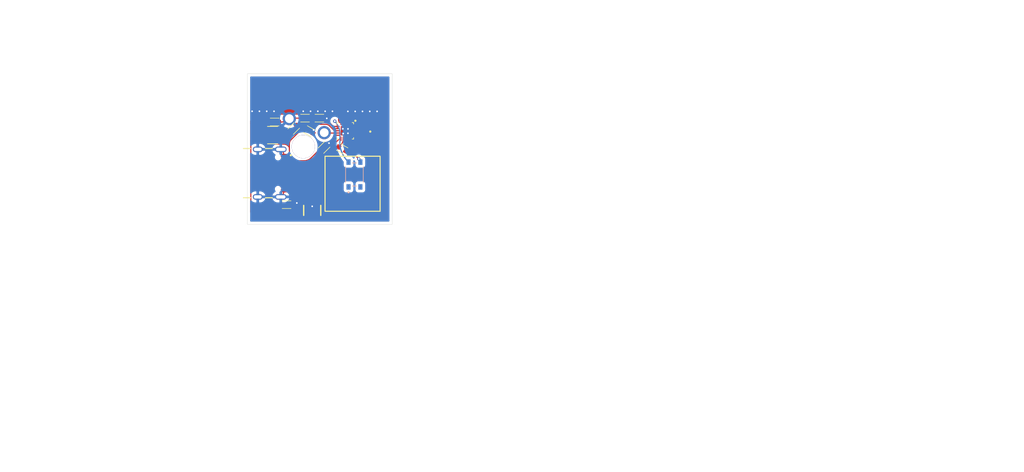
<source format=kicad_pcb>
(kicad_pcb (version 20241229) (generator "pcbnew") (generator_version "9.0")
  (layers (0 "F.Cu" signal) (2 "B.Cu" signal) (13 "F.Paste" user) (15 "B.Paste" user) (5 "F.SilkS" user "F.Silkscreen") (7 "B.SilkS" user "B.Silkscreen") (1 "F.Mask" user) (3 "B.Mask" user) (25 "Edge.Cuts" user))
  (net 0 "")
  (net 1 "PWR_5V")
  (net 2 "PWR_GND")
  (net 3 "PWR_3V3")
  (net 4 "Net-(U2-ANT)")
  (net 5 "D+")
  (net 6 "Net-(J1-CC1)")
  (net 7 "D-")
  (net 10 "Net-(J1-CC2)")
  (net 11 "Net-(R3-Pad1)")
  (net 19 "Net-(U2-XO)")
  (net 23 "Net-(U2-XI)")
  (net 25 "Button")
  (net 26 "Net-(U4-BAT)")
  (net 27 "Net-(U4-PROG)")
  (footprint "Footprint:C_0603" (layer "F.Cu") (at 34.9 73.74 180)
    (property "Reference" "C1" (hide yes))
    (property "Value" "0.1uF")
    (fp_line (start 0.8 0.7) (end -0.8 0.7) (stroke (width 0.12)) (layer "F.SilkS"))
    (fp_line (start -0.8 -0.7) (end 0.8 -0.7) (stroke (width 0.12)) (layer "F.SilkS"))
    (pad "1" smd rect (at -0.75 0 180) (size 0.8 0.8) (layers "F.Cu" "F.Mask" "F.Paste") (net 2 "PWR_GND"))
    (pad "2" smd rect (at 0.75 0 180) (size 0.8 0.8) (layers "F.Cu" "F.Mask" "F.Paste") (net 1 "PWR_5V"))
  )
  (footprint "EasyEDA:SOT-23-6_L2.9-W1.6-P0.95-LS2.8-BR" (layer "F.Cu") (at 41.725 89.8 90)
    (property "Reference" "U4" (hide yes))
    (property "Value" "TP4057_C725791")
    (fp_line (start -0.9 -1.55) (end 0.9 -1.55) (stroke (width 0.25)) (layer "F.SilkS"))
    (fp_line (start -0.9 1.55) (end 0.9 1.55) (stroke (width 0.25)) (layer "F.SilkS"))
    (pad "1" smd rect (at 1.35 0.95 90) (size 1.1 0.6) (layers "F.Cu" "F.Mask" "F.Paste"))
    (pad "2" smd rect (at 1.35 0 90) (size 1.1 0.6) (layers "F.Cu" "F.Mask" "F.Paste") (net 2 "PWR_GND"))
    (pad "3" smd rect (at 1.35 -0.95 90) (size 1.1 0.6) (layers "F.Cu" "F.Mask" "F.Paste") (net 26 "Net-(U4-BAT)"))
    (pad "4" smd rect (at -1.35 -0.95 90) (size 1.1 0.6) (layers "F.Cu" "F.Mask" "F.Paste") (net 3 "PWR_3V3"))
    (pad "5" smd rect (at -1.35 0 90) (size 1.1 0.6) (layers "F.Cu" "F.Mask" "F.Paste"))
    (pad "6" smd rect (at -1.35 0.95 90) (size 1.1 0.6) (layers "F.Cu" "F.Mask" "F.Paste") (net 27 "Net-(U4-PROG)"))
  )
  (footprint "Footprint:usbc" (layer "F.Cu") (at 31.84 83.03 -90)
    (property "Reference" "J1" (hide yes))
    (property "Value" "USB4105-GF-A")
    (fp_line (start 4.47 2.6) (end 4.47 1.320001) (stroke (width 0.2)) (layer "F.SilkS"))
    (fp_line (start -4.470001 1.32) (end -4.47 2.6) (stroke (width 0.2)) (layer "F.SilkS"))
    (fp_line (start -4.470001 -2.65) (end -4.47 -1.400001) (stroke (width 0.2)) (layer "F.SilkS"))
    (fp_line (start 4.470001 -2.65) (end 4.470001 -1.4) (stroke (width 0.2)) (layer "F.SilkS"))
    (fp_circle (center -3.250001 -6) (end -3.15 -6) (stroke (width 0.2)) (fill no) (layer "F.SilkS"))
    (pad "" np_thru_hole circle (at -2.89 -3.679999 270) (size 0.65 0.65) (drill 0.65) (layers "*.Cu" "*.Mask"))
    (pad "" np_thru_hole circle (at 2.889999 -3.68 270) (size 0.65 0.65) (drill 0.65) (layers "*.Cu" "*.Mask"))
    (pad "A1_B12" smd rect (at -3.2 -4.755 270) (size 0.6 1.15) (layers "F.Cu" "F.Paste") (net 2 "PWR_GND"))
    (pad "A4_B9" smd rect (at -2.4 -4.755 270) (size 0.6 1.15) (layers "F.Cu" "F.Paste") (net 1 "PWR_5V"))
    (pad "A5" smd rect (at -1.25 -4.755 270) (size 0.3 1.15) (layers "F.Cu" "F.Paste") (net 6 "Net-(J1-CC1)"))
    (pad "A6" smd rect (at -0.25 -4.755 270) (size 0.3 1.15) (layers "F.Cu" "F.Paste") (net 5 "D+"))
    (pad "A7" smd rect (at 0.25 -4.755 270) (size 0.3 1.15) (layers "F.Cu" "F.Paste") (net 7 "D-"))
    (pad "A8" smd rect (at 1.25 -4.755 270) (size 0.3 1.15) (layers "F.Cu" "F.Paste"))
    (pad "B1_A12" smd rect (at 3.2 -4.755 270) (size 0.6 1.15) (layers "F.Cu" "F.Paste") (net 2 "PWR_GND"))
    (pad "B4_A9" smd rect (at 2.4 -4.755 270) (size 0.6 1.15) (layers "F.Cu" "F.Paste") (net 1 "PWR_5V"))
    (pad "B5" smd rect (at 1.75 -4.755 270) (size 0.3 1.15) (layers "F.Cu" "F.Paste") (net 10 "Net-(J1-CC2)"))
    (pad "B6" smd rect (at 0.75 -4.755 270) (size 0.3 1.15) (layers "F.Cu" "F.Paste") (net 5 "D+"))
    (pad "B7" smd rect (at -0.75 -4.755 270) (size 0.3 1.15) (layers "F.Cu" "F.Paste") (net 7 "D-"))
    (pad "B8" smd rect (at -1.75 -4.755 270) (size 0.3 1.15) (layers "F.Cu" "F.Paste"))
    (pad "SH1" thru_hole oval (at -4.32 -4.18 270) (size 1 2.1) (drill oval 0.6 1.7) (layers "*.Cu" "*.Mask") (net 2 "PWR_GND"))
    (pad "SH2" thru_hole oval (at 4.32 -4.18 270) (size 1 2.1) (drill oval 0.6 1.7) (layers "*.Cu" "*.Mask") (net 2 "PWR_GND"))
    (pad "SH3" thru_hole oval (at -4.32 0 270) (size 1 1.8) (drill oval 0.6 1.4) (layers "*.Cu" "*.Mask") (net 2 "PWR_GND"))
    (pad "SH4" thru_hole oval (at 4.32 0 270) (size 1 1.8) (drill oval 0.6 1.4) (layers "*.Cu" "*.Mask") (net 2 "PWR_GND"))
  )
  (footprint "CHXXX:ANT-F-1-2.4G-1.6mmFR4-WCH" (layer "F.Cu") (at 46.6672 71.07)
    (property "Reference" "E1" (hide yes))
    (property "Value" "AMCA31-2R450G-S1F-T3")
    (pad "" smd rect (at -7.23588 0.717715) (size 12.344 1.23543) (layers "F.Cu") (net 2 "PWR_GND"))
    (pad "0" smd rect (at 1.4828 0 90) (size 0.2 0.2) (layers "F.Cu" "F.Paste"))
    (pad "0" smd rect (at 1.489685 -2.552995) (size 0.89999 5.30599) (layers "F.Cu"))
    (pad "0" smd rect (at 2.594235 0.717715) (size 3.10909 1.23543) (layers "F.Cu") (net 2 "PWR_GND"))
    (pad "1" smd rect (at -10.11001 -3.12021) (size 0.5 4.12) (layers "F.Cu") (net 4 "Net-(U2-ANT)"))
    (pad "1" smd rect (at -9.21 -5.25021) (size 2.3 0.5) (layers "F.Cu") (net 4 "Net-(U2-ANT)"))
    (pad "1" smd rect (at -8.31032 -3.770595) (size 0.5 2.81999) (layers "F.Cu") (net 4 "Net-(U2-ANT)"))
    (pad "1" smd rect (at -7.11921 -2.61052) (size 2.4892 0.5) (layers "F.Cu") (net 4 "Net-(U2-ANT)"))
    (pad "1" smd rect (at -6.11032 -3.770595) (size 0.5 2.81999) (layers "F.Cu") (net 4 "Net-(U2-ANT)"))
    (pad "1" smd rect (at -5.16 -5.2502) (size 2.4 0.5) (layers "F.Cu") (net 4 "Net-(U2-ANT)"))
    (pad "1" smd rect (at -4.21 -3.7702) (size 0.5 2.82) (layers "F.Cu") (net 4 "Net-(U2-ANT)"))
    (pad "1" smd rect (at -3.12 -2.60761) (size 2.54 0.4948) (layers "F.Cu") (net 4 "Net-(U2-ANT)"))
    (pad "1" smd rect (at -2.00961 -3.77052) (size 0.5 2.82) (layers "F.Cu") (net 4 "Net-(U2-ANT)"))
    (pad "1" smd rect (at -0.16 -5.25021) (size 4.2 0.5) (layers "F.Cu") (net 4 "Net-(U2-ANT)"))
    (pad "1" smd rect (at -0.00961 -2.56566) (size 0.5 5.33132) (layers "F.Cu") (net 4 "Net-(U2-ANT)"))
    (pad "1" smd rect (at 0 0 90) (size 0.2 0.2) (layers "F.Cu" "F.Paste") (net 4 "Net-(U2-ANT)"))
  )
  (footprint "Footprint:C_0603" (layer "F.Cu") (at 40.42 73.04 180)
    (property "Reference" "C6" (hide yes))
    (property "Value" "2.2uF")
    (fp_line (start 0.8 0.7) (end -0.8 0.7) (stroke (width 0.12)) (layer "F.SilkS"))
    (fp_line (start -0.8 -0.7) (end 0.8 -0.7) (stroke (width 0.12)) (layer "F.SilkS"))
    (pad "1" smd rect (at -0.75 0 180) (size 0.8 0.8) (layers "F.Cu" "F.Mask" "F.Paste") (net 3 "PWR_3V3"))
    (pad "2" smd rect (at 0.75 0 180) (size 0.8 0.8) (layers "F.Cu" "F.Mask" "F.Paste") (net 2 "PWR_GND"))
  )
  (footprint "Footprint:R_0603" (layer "F.Cu") (at 37.07 88.76 180)
    (property "Reference" "R1" (hide yes))
    (property "Value" "5.1k")
    (fp_line (start 0.8 0.7) (end -0.8 0.7) (stroke (width 0.12)) (layer "F.SilkS"))
    (fp_line (start -0.8 -0.7) (end 0.8 -0.7) (stroke (width 0.12)) (layer "F.SilkS"))
    (pad "1" smd rect (at -0.75 0 180) (size 0.8 0.8) (layers "F.Cu" "F.Mask" "F.Paste") (net 10 "Net-(J1-CC2)"))
    (pad "2" smd rect (at 0.75 0 180) (size 0.8 0.8) (layers "F.Cu" "F.Mask" "F.Paste") (net 2 "PWR_GND"))
  )
  (footprint "Footprint:R_0603" (layer "F.Cu") (at 47.16 78.65 150)
    (property "Reference" "R3" (hide yes))
    (property "Value" "1.5k")
    (fp_line (start 0.8 0.7) (end -0.8 0.7) (stroke (width 0.12)) (layer "F.SilkS"))
    (fp_line (start -0.8 -0.7) (end 0.8 -0.7) (stroke (width 0.12)) (layer "F.SilkS"))
    (pad "1" smd rect (at -0.75 0 150) (size 0.8 0.8) (layers "F.Cu" "F.Mask" "F.Paste") (net 11 "Net-(R3-Pad1)"))
    (pad "2" smd rect (at 0.75 0 150) (size 0.8 0.8) (layers "F.Cu" "F.Mask" "F.Paste") (net 5 "D+"))
  )
  (footprint "Footprint:supersmallbattery" (layer "F.Cu") (at 41.55 84.96 90)
    (property "Reference" "B1" (hide yes))
    (property "Value" "~" (hide yes))
    (fp_poly (pts (xy -5 2.5) (xy 5 2.5) (xy 5 12.5) (xy -5 12.5)) (stroke (width 0.2)) (fill no) (layer "F.SilkS"))
    (pad "+" smd rect (at 1.7 0 90) (size 2 4) (layers "F.Cu" "F.Mask" "F.Paste") (net 26 "Net-(U4-BAT)"))
    (pad "-" smd rect (at -1.7 0 90) (size 2 4) (layers "F.Cu" "F.Mask" "F.Paste") (net 2 "PWR_GND"))
  )
  (footprint "Footprint:C_0603" (layer "F.Cu") (at 38.37 74.92 45)
    (property "Reference" "C2" (hide yes))
    (property "Value" "1uF")
    (fp_line (start -0.8 -0.7) (end 0.8 -0.700001) (stroke (width 0.12)) (layer "F.SilkS"))
    (fp_line (start 0.8 0.7) (end -0.8 0.700001) (stroke (width 0.12)) (layer "F.SilkS"))
    (pad "1" smd rect (at -0.75 0 45) (size 0.8 0.8) (layers "F.Cu" "F.Mask" "F.Paste") (net 3 "PWR_3V3"))
    (pad "2" smd rect (at 0.75 0 45) (size 0.8 0.8) (layers "F.Cu" "F.Mask" "F.Paste") (net 2 "PWR_GND"))
  )
  (footprint "Footprint:C_0603" (layer "F.Cu") (at 43.03 73.04)
    (property "Reference" "C7" (hide yes))
    (property "Value" "0.1uF")
    (fp_line (start -0.8 -0.7) (end 0.8 -0.7) (stroke (width 0.12)) (layer "F.SilkS"))
    (fp_line (start 0.8 0.7) (end -0.8 0.7) (stroke (width 0.12)) (layer "F.SilkS"))
    (pad "1" smd rect (at -0.75 0) (size 0.8 0.8) (layers "F.Cu" "F.Mask" "F.Paste") (net 3 "PWR_3V3"))
    (pad "2" smd rect (at 0.75 0) (size 0.8 0.8) (layers "F.Cu" "F.Mask" "F.Paste") (net 2 "PWR_GND"))
  )
  (footprint "Footprint:R_0603" (layer "F.Cu") (at 43.88 78.37 45)
    (property "Reference" "R2" (hide yes))
    (property "Value" "5.1k")
    (fp_line (start -0.799999 -0.7) (end 0.799999 -0.7) (stroke (width 0.12)) (layer "F.SilkS"))
    (fp_line (start 0.799999 0.7) (end -0.799999 0.7) (stroke (width 0.12)) (layer "F.SilkS"))
    (pad "1" smd rect (at -0.75 0 45) (size 0.8 0.8) (layers "F.Cu" "F.Mask" "F.Paste") (net 6 "Net-(J1-CC1)"))
    (pad "2" smd rect (at 0.75 0 45) (size 0.8 0.8) (layers "F.Cu" "F.Mask" "F.Paste") (net 2 "PWR_GND"))
  )
  (footprint "Footprint:voltage regulator" (layer "F.Cu") (at 34.53 76.12)
    (property "Reference" "U1" (hide yes))
    (property "Value" "TCR2EF33_LMCT")
    (fp_line (start -0.9271 1.5748) (end 0.9271 1.5748) (stroke (width 0.1524)) (layer "F.SilkS"))
    (fp_line (start 0.9271 -1.5748) (end -0.9271 -1.5748) (stroke (width 0.1524)) (layer "F.SilkS"))
    (pad "1" smd rect (at -1.1444 -0.950001) (size 1.4224 0.5588) (layers "F.Cu" "F.Mask" "F.Paste") (net 1 "PWR_5V"))
    (pad "2" smd rect (at -1.1444 0) (size 1.4224 0.5588) (layers "F.Cu" "F.Mask" "F.Paste") (net 2 "PWR_GND"))
    (pad "3" smd rect (at -1.1444 0.950001) (size 1.4224 0.5588) (layers "F.Cu" "F.Mask" "F.Paste") (net 1 "PWR_5V"))
    (pad "4" smd rect (at 1.1444 0.950001) (size 1.4224 0.5588) (layers "F.Cu" "F.Mask" "F.Paste"))
    (pad "5" smd rect (at 1.1444 -0.950001) (size 1.4224 0.5588) (layers "F.Cu" "F.Mask" "F.Paste") (net 3 "PWR_3V3"))
  )
  (footprint "Footprint:CH572D" (layer "F.Cu") (at 45.68 76.11 -90)
    (property "Reference" "U2" (hide yes))
    (property "Value" "~")
    (fp_line (start -2.27 -0.56) (end -2 -0.56) (stroke (width 0.127)) (layer "F.SilkS"))
    (fp_line (start -2.27 -0.56) (end -2.27 -0.83) (stroke (width 0.127)) (layer "F.SilkS"))
    (fp_line (start 0.73 -0.56) (end 0.46 -0.56) (stroke (width 0.127)) (layer "F.SilkS"))
    (fp_line (start 0.73 -0.56) (end 0.73 -0.83) (stroke (width 0.127)) (layer "F.SilkS"))
    (fp_line (start -2.27 -3.56) (end -2.27 -3.29) (stroke (width 0.127)) (layer "F.SilkS"))
    (fp_line (start -2.27 -3.56) (end -2 -3.56) (stroke (width 0.127)) (layer "F.SilkS"))
    (fp_line (start 0.73 -3.56) (end 0.73 -3.29) (stroke (width 0.127)) (layer "F.SilkS"))
    (fp_line (start 0.73 -3.56) (end 0.46 -3.56) (stroke (width 0.127)) (layer "F.SilkS"))
    (fp_circle (center -2.6 -3.88) (end -2.5 -3.88) (stroke (width 0.2)) (fill no) (layer "F.SilkS"))
    (pad "1" smd rect (at -2.22 -2.86 270) (size 0.81 0.22) (layers "F.Cu" "F.Paste"))
    (pad "2" smd rect (at -2.22 -2.46 270) (size 0.81 0.22) (layers "F.Cu" "F.Paste") (net 19 "Net-(U2-XO)"))
    (pad "3" smd rect (at -2.22 -2.06 270) (size 0.81 0.22) (layers "F.Cu" "F.Paste") (net 23 "Net-(U2-XI)"))
    (pad "4" smd rect (at -2.22 -1.66 270) (size 0.81 0.22) (layers "F.Cu" "F.Paste"))
    (pad "5" smd rect (at -2.22 -1.26 270) (size 0.81 0.22) (layers "F.Cu" "F.Paste") (net 4 "Net-(U2-ANT)"))
    (pad "6" smd rect (at -1.57 -0.61 270) (size 0.22 0.81) (layers "F.Cu" "F.Paste") (net 3 "PWR_3V3"))
    (pad "7" smd rect (at -1.17 -0.61 270) (size 0.22 0.81) (layers "F.Cu" "F.Paste") (net 3 "PWR_3V3"))
    (pad "8" smd rect (at -0.77 -0.61 270) (size 0.22 0.81) (layers "F.Cu" "F.Paste") (net 1 "PWR_5V"))
    (pad "9" smd rect (at -0.37 -0.61 270) (size 0.22 0.81) (layers "F.Cu" "F.Paste") (net 25 "Button"))
    (pad "10" smd rect (at 0.03 -0.61 270) (size 0.22 0.81) (layers "F.Cu" "F.Paste"))
    (pad "11" smd rect (at 0.68 -1.26 270) (size 0.81 0.22) (layers "F.Cu" "F.Paste") (net 7 "D-"))
    (pad "12" smd rect (at 0.68 -1.66 270) (size 0.81 0.22) (layers "F.Cu" "F.Paste") (net 5 "D+"))
    (pad "13" smd rect (at 0.68 -2.06 270) (size 0.81 0.22) (layers "F.Cu" "F.Paste"))
    (pad "14" smd rect (at 0.68 -2.46 270) (size 0.81 0.22) (layers "F.Cu" "F.Paste"))
    (pad "15" smd rect (at 0.68 -2.86 270) (size 0.81 0.22) (layers "F.Cu" "F.Paste"))
    (pad "16" smd rect (at 0.03 -3.51 270) (size 0.22 0.81) (layers "F.Cu" "F.Paste"))
    (pad "17" smd rect (at -0.37 -3.51 270) (size 0.22 0.81) (layers "F.Cu" "F.Paste"))
    (pad "18" smd rect (at -0.77 -3.51 270) (size 0.22 0.81) (layers "F.Cu" "F.Paste"))
    (pad "19" smd rect (at -1.17 -3.51 270) (size 0.22 0.81) (layers "F.Cu" "F.Paste"))
    (pad "20" smd rect (at -1.57 -3.51 270) (size 0.22 0.81) (layers "F.Cu" "F.Paste"))
    (pad "21" smd rect (at -0.77 -2.06 270) (size 1.7 1.7) (layers "F.Cu") (net 2 "PWR_GND"))
  )
  (footprint "Footprint:0603" (layer "F.Cu") (at 39.38 89.81 -90)
    (property "Reference" "R4" (hide yes))
    (property "Value" "33k" (hide yes))
    (pad "1" smd rect (at -0.85 0 270) (size 1.1 1) (layers "F.Cu" "F.Mask" "F.Paste") (net 2 "PWR_GND"))
    (pad "2" smd rect (at 0.85 0 270) (size 1.1 1) (layers "F.Cu" "F.Mask" "F.Paste") (net 27 "Net-(U4-PROG)"))
  )
  (footprint "Footprint:C_0603" (layer "F.Cu") (at 41.19 75.43 -30)
    (property "Reference" "C5" (hide yes))
    (property "Value" "2.2uF")
    (fp_line (start -0.8 -0.7) (end 0.8 -0.7) (stroke (width 0.12)) (layer "F.SilkS"))
    (fp_line (start 0.8 0.7) (end -0.8 0.7) (stroke (width 0.12)) (layer "F.SilkS"))
    (pad "1" smd rect (at -0.75 0 330) (size 0.8 0.8) (layers "F.Cu" "F.Mask" "F.Paste") (net 1 "PWR_5V"))
    (pad "2" smd rect (at 0.75 0 330) (size 0.8 0.8) (layers "F.Cu" "F.Mask" "F.Paste") (net 2 "PWR_GND"))
  )
  (footprint "Footprint:32mhz crystal" (layer "F.Cu") (at 50.9125 74.48 180)
    (property "Reference" "Y1" (hide yes))
    (property "Value" "32mhz" (hide yes))
    (fp_circle (center -1.35 -1) (end -1.25 -1) (stroke (width 0.2)) (fill no) (layer "F.SilkS"))
    (pad "1" smd rect (at -0.5 -0.675 180) (size 0.7 0.75) (layers "F.Cu" "F.Mask" "F.Paste") (net 23 "Net-(U2-XI)"))
    (pad "2" smd rect (at -0.5 0.675 180) (size 0.7 0.75) (layers "F.Cu" "F.Mask" "F.Paste"))
    (pad "3" smd rect (at 0.5 0.675 180) (size 0.7 0.75) (layers "F.Cu" "F.Mask" "F.Paste") (net 19 "Net-(U2-XO)"))
    (pad "4" smd rect (at 0.5 -0.675 180) (size 0.7 0.75) (layers "F.Cu" "F.Mask" "F.Paste"))
  )
  (footprint "EasyEDA:SW-TH_CPG151101D9X" (layer "B.Cu") (at 40.735 74.405 180)
    (property "Reference" "U3" (hide yes))
    (property "Value" "CPG151101D01" (hide yes))
    (pad "" thru_hole circle (at 0.63 -3.81 180) (size 4.2 4.2) (drill 4.2) (layers "*.Cu" "*.Mask"))
    (pad "1" thru_hole circle (at -3.17 -1.27 180) (size 2.4 2.4) (drill 1.599997) (layers "*.Cu" "*.Mask") (net 25 "Button"))
    (pad "2" thru_hole circle (at 3.17 1.27 180) (size 2.4 2.4) (drill 1.599997) (layers "*.Cu" "*.Mask") (net 2 "PWR_GND"))
  )
  (footprint "Footprint:button" (layer "B.Cu") (at 49.39 83.28 90)
    (property "Reference" "S1" (hide yes))
    (property "Value" "TL3365AF180QG" (hide yes))
    (fp_line (start -1.4365 -1.600001) (end 1.436499 -1.6) (stroke (width 0.127)) (layer "B.SilkS"))
    (fp_line (start 2.1 -0.3865) (end 2.1 0.3865) (stroke (width 0.127)) (layer "B.SilkS"))
    (fp_line (start -2.1 0.3865) (end -2.1 -0.3865) (stroke (width 0.127)) (layer "B.SilkS"))
    (fp_line (start 1.4365 1.600001) (end -1.436499 1.6) (stroke (width 0.127)) (layer "B.SilkS"))
    (fp_circle (center -3.23 -1.075) (end -3.13 -1.074999) (stroke (width 0.2)) (fill no) (layer "B.SilkS"))
    (pad "1" smd rect (at -2.25 -1.075 90) (size 1 0.75) (layers "B.Cu" "B.Mask" "B.Paste") (net 3 "PWR_3V3"))
    (pad "2" smd rect (at 2.25 -1.075 90) (size 1 0.75) (layers "B.Cu" "B.Mask" "B.Paste") (net 3 "PWR_3V3"))
    (pad "3" smd rect (at -2.25 1.075 90) (size 1 0.75) (layers "B.Cu" "B.Mask" "B.Paste") (net 11 "Net-(R3-Pad1)"))
    (pad "4" smd rect (at 2.25 1.075 90) (size 1 0.75) (layers "B.Cu" "B.Mask" "B.Paste") (net 11 "Net-(R3-Pad1)"))
  )
  (gr_rect (start 29.96 64.97) (end 56.24 92.34) (stroke (width 0.05)) (fill no) (layer "Edge.Cuts"))
  (segment (start 39.78506 75.214292) (end 39.728017 75.241416) (width 0.2) (layer "F.Cu") (net 1))
  (segment (start 34.24 75.27) (end 34.325858 75.355858) (width 0.2) (layer "F.Cu") (net 1))
  (segment (start 42.969389 74.162364) (end 44.16 74.162364) (width 0.2) (layer "F.Cu") (net 1))
  (segment (start 36.595 85.43) (end 36.593892 85.429541) (width 0.2) (layer "F.Cu") (net 1))
  (segment (start 37.135151 80.616719) (end 37.164896 80.61) (width 0.2) (layer "F.Cu") (net 1))
  (segment (start 37.21545 80.594384) (end 37.224463 80.590901) (width 0.2) (layer "F.Cu") (net 1))
  (segment (start 37.38 78.11) (end 37.396925 78.127602) (width 0.2) (layer "F.Cu") (net 1))
  (segment (start 35.06 83.71) (end 35.06 82.21) (width 0.2) (layer "F.Cu") (net 1))
  (segment (start 37.59 78.563939) (end 37.59 78.87) (width 0.2) (layer "F.Cu") (net 1))
  (segment (start 37.062811 80.627124) (end 37.095076 80.623405) (width 0.2) (layer "F.Cu") (net 1))
  (segment (start 39.439247 75.423763) (end 39.395319 75.459743) (width 0.2) (layer "F.Cu") (net 1))
  (segment (start 35.96195 80.790398) (end 36.006239 80.764703) (width 0.2) (layer "F.Cu") (net 1))
  (segment (start 40.182642 75.087733) (end 40.125649 75.099733) (width 0.2) (layer "F.Cu") (net 1))
  (segment (start 40.243369 75.07708) (end 40.182642 75.087733) (width 0.2) (layer "F.Cu") (net 1))
  (segment (start 46.014558 75.34) (end 46.29 75.34) (width 0.2) (layer "F.Cu") (net 1))
  (segment (start 39.950381 75.149062) (end 39.895952 75.168445) (width 0.2) (layer "F.Cu") (net 1))
  (segment (start 36.090529 80.7232) (end 36.131647 80.706122) (width 0.2) (layer "F.Cu") (net 1))
  (segment (start 36.220936 80.675596) (end 36.26824 80.662814) (width 0.2) (layer "F.Cu") (net 1))
  (segment (start 39.395319 75.459743) (end 37.883405 76.971657) (width 0.2) (layer "F.Cu") (net 1))
  (segment (start 37.164896 80.61) (end 37.186955 80.603911) (width 0.2) (layer "F.Cu") (net 1))
  (segment (start 37.224463 80.590901) (end 37.509132 80.306232) (width 0.2) (layer "F.Cu") (net 1))
  (segment (start 36.595 80.63) (end 36.990572 80.63) (width 0.2) (layer "F.Cu") (net 1))
  (segment (start 46.29 75.34) (end 45.993848 75.34) (width 0.2) (layer "F.Cu") (net 1))
  (segment (start 37.59 80.111) (end 37.59 78.87) (width 0.2) (layer "F.Cu") (net 1))
  (segment (start 34.47 75.703848) (end 34.47 76.323726) (width 0.2) (layer "F.Cu") (net 1))
  (segment (start 39.475272 75.396113) (end 39.439247 75.423763) (width 0.2) (layer "F.Cu") (net 1))
  (segment (start 37.59 78.87) (end 37.59 77.68) (width 0.2) (layer "F.Cu") (net 1))
  (segment (start 39.677559 75.267632) (end 39.621819 75.299055) (width 0.2) (layer "F.Cu") (net 1))
  (segment (start 40.362289 75.062318) (end 40.301187 75.068891) (width 0.2) (layer "F.Cu") (net 1))
  (segment (start 36.178106 80.689187) (end 36.220936 80.675596) (width 0.2) (layer "F.Cu") (net 1))
  (segment (start 36.568862 85.404511) (end 36.595 85.43) (width 0.2) (layer "F.Cu") (net 1))
  (segment (start 39.728017 75.241416) (end 39.677559 75.267632) (width 0.2) (layer "F.Cu") (net 1))
  (segment (start 36.547117 80.63047) (end 36.595 80.63) (width 0.2) (layer "F.Cu") (net 1))
  (segment (start 36.045112 80.744377) (end 36.090529 80.7232) (width 0.2) (layer "F.Cu") (net 1))
  (segment (start 36.990572 80.63) (end 37.023935 80.629538) (width 0.2) (layer "F.Cu") (net 1))
  (segment (start 36.131647 80.706122) (end 36.178106 80.689187) (width 0.2) (layer "F.Cu") (net 1))
  (segment (start 37.095076 80.623405) (end 37.135151 80.616719) (width 0.2) (layer "F.Cu") (net 1))
  (segment (start 37.203313 80.598696) (end 37.21545 80.594384) (width 0.2) (layer "F.Cu") (net 1))
  (segment (start 40.301187 75.068891) (end 40.243369 75.07708) (width 0.2) (layer "F.Cu") (net 1))
  (segment (start 37.186955 80.603911) (end 37.203313 80.598696) (width 0.2) (layer "F.Cu") (net 1))
  (segment (start 33.56 74.331299) (end 33.56 74.33) (width 0.2) (layer "F.Cu") (net 1))
  (segment (start 35.85114 80.869347) (end 35.88257 80.844492) (width 0.2) (layer "F.Cu") (net 1))
  (segment (start 36.360237 80.644197) (end 36.405219 80.637984) (width 0.2) (layer "F.Cu") (net 1))
  (segment (start 33.440881 77.070001) (end 33.3856 77.070001) (width 0.2) (layer "F.Cu") (net 1))
  (segment (start 39.574062 75.328309) (end 39.519549 75.364366) (width 0.2) (layer "F.Cu") (net 1))
  (segment (start 44.881021 74.46102) (end 44.96 74.54) (width 0.2) (layer "F.Cu") (net 1))
  (segment (start 35.88257 80.844492) (end 35.926072 80.813533) (width 0.2) (layer "F.Cu") (net 1))
  (segment (start 36.498907 80.630995) (end 36.547117 80.63047) (width 0.2) (layer "F.Cu") (net 1))
  (segment (start 40.481876 75.05548) (end 40.420642 75.057979) (width 0.2) (layer "F.Cu") (net 1))
  (segment (start 36.006239 80.764703) (end 36.045112 80.744377) (width 0.2) (layer "F.Cu") (net 1))
  (segment (start 40.065533 75.114479) (end 40.009662 75.130214) (width 0.2) (layer "F.Cu") (net 1))
  (segment (start 40.420642 75.057979) (end 40.362289 75.062318) (width 0.2) (layer "F.Cu") (net 1))
  (segment (start 36.312343 80.652859) (end 36.360237 80.644197) (width 0.2) (layer "F.Cu") (net 1))
  (segment (start 35.590243 81.130243) (end 35.85114 80.869347) (width 0.2) (layer "F.Cu") (net 1))
  (segment (start 33.3856 75.169999) (end 33.998576 75.169999) (width 0.2) (layer "F.Cu") (net 1))
  (segment (start 34.222929 75.262929) (end 33.75 74.79) (width 0.2) (layer "F.Cu") (net 1))
  (segment (start 44.96 74.54) (end 45.58 75.16) (width 0.2) (layer "F.Cu") (net 1))
  (segment (start 35.640632 85.11177) (end 35.774431 85.245569) (width 0.2) (layer "F.Cu") (net 1))
  (segment (start 35.926072 80.813533) (end 35.96195 80.790398) (width 0.2) (layer "F.Cu") (net 1))
  (segment (start 40.540481 75.055) (end 40.481876 75.05548) (width 0.2) (layer "F.Cu") (net 1))
  (segment (start 36.26824 80.662814) (end 36.312343 80.652859) (width 0.2) (layer "F.Cu") (net 1))
  (segment (start 33.893137 77.75) (end 36.510883 77.75) (width 0.2) (layer "F.Cu") (net 1))
  (segment (start 36.405219 80.637984) (end 36.453419 80.633409) (width 0.2) (layer "F.Cu") (net 1))
  (segment (start 37.023935 80.629538) (end 37.062811 80.627124) (width 0.2) (layer "F.Cu") (net 1))
  (segment (start 39.837704 75.191401) (end 39.78506 75.214292) (width 0.2) (layer "F.Cu") (net 1))
  (segment (start 40.125649 75.099733) (end 40.065533 75.114479) (width 0.2) (layer "F.Cu") (net 1))
  (segment (start 33.779203 73.800797) (end 34.003223 73.800797) (width 0.2) (layer "F.Cu") (net 1))
  (segment (start 40.350962 74.96) (end 41.043726 74.96) (width 0.2) (layer "F.Cu") (net 1))
  (segment (start 36.453419 80.633409) (end 36.498907 80.630995) (width 0.2) (layer "F.Cu") (net 1))
  (segment (start 40.009662 75.130214) (end 39.950381 75.149062) (width 0.2) (layer "F.Cu") (net 1))
  (segment (start 39.519549 75.364366) (end 39.475272 75.396113) (width 0.2) (layer "F.Cu") (net 1))
  (segment (start 33.587549 77.557549) (end 33.7 77.67) (width 0.2) (layer "F.Cu") (net 1))
  (segment (start 39.895952 75.168445) (end 39.837704 75.191401) (width 0.2) (layer "F.Cu") (net 1))
  (segment (start 39.621819 75.299055) (end 39.574062 75.328309) (width 0.2) (layer "F.Cu") (net 1))
  (segment (start 35.448565 81.271921) (end 35.590243 81.130243) (width 0.2) (layer "F.Cu") (net 1))
  (segment (start 36.593892 85.429541) (end 36.218579 85.429541) (width 0.2) (layer "F.Cu") (net 1))
  (arc (start 33.3856 77.070001) (mid 33.438085 77.33386) (end 33.587549 77.557549) (width 0.2) (layer "F.Cu") (net 1))
  (arc (start 35.06 82.21) (mid 35.160985 81.702315) (end 35.448565 81.271921) (width 0.2) (layer "F.Cu") (net 1))
  (arc (start 33.7 77.67) (mid 33.788612 77.729209) (end 33.893137 77.75) (width 0.2) (layer "F.Cu") (net 1))
  (arc (start 34.47 76.323726) (mid 34.428417 76.532776) (end 34.31 76.71) (width 0.2) (layer "F.Cu") (net 1))
  (arc (start 33.998576 75.169999) (mid 34.129234 75.195988) (end 34.24 75.27) (width 0.2) (layer "F.Cu") (net 1))
  (arc (start 33.75 74.79) (mid 33.609379 74.579546) (end 33.56 74.331299) (width 0.2) (layer "F.Cu") (net 1))
  (arc (start 44.16 74.162364) (mid 44.550213 74.239982) (end 44.881021 74.46102) (width 0.2) (layer "F.Cu") (net 1))
  (arc (start 37.883405 76.971657) (mid 37.666254 77.296647) (end 37.59 77.68) (width 0.2) (layer "F.Cu") (net 1))
  (arc (start 41.043726 74.96) (mid 41.252776 74.918417) (end 41.43 74.8) (width 0.2) (layer "F.Cu") (net 1))
  (arc (start 37.396925 78.127602) (mid 37.412087 78.146766) (end 37.425626 78.167105) (width 0.2) (layer "F.Cu") (net 1))
  (arc (start 34.31 76.71) (mid 33.911245 76.97644) (end 33.440881 77.070001) (width 0.2) (layer "F.Cu") (net 1))
  (arc (start 36.510883 77.75) (mid 36.981246 77.843561) (end 37.38 78.11) (width 0.2) (layer "F.Cu") (net 1))
  (arc (start 34.003223 73.800797) (mid 34.082659 73.784996) (end 34.15 73.74) (width 0.2) (layer "F.Cu") (net 1))
  (arc (start 37.509132 80.306232) (mid 37.568983 80.216659) (end 37.59 80.111) (width 0.2) (layer "F.Cu") (net 1))
  (arc (start 37.425626 78.167105) (mid 37.547281 78.349174) (end 37.59 78.563939) (width 0.2) (layer "F.Cu") (net 1))
  (arc (start 34.325858 75.355858) (mid 34.432538 75.515517) (end 34.47 75.703848) (width 0.2) (layer "F.Cu") (net 1))
  (arc (start 35.06 83.71) (mid 35.210901 84.468632) (end 35.640632 85.11177) (width 0.2) (layer "F.Cu") (net 1))
  (arc (start 36.218579 85.429541) (mid 35.978207 85.381729) (end 35.774431 85.245569) (width 0.2) (layer "F.Cu") (net 1))
  (arc (start 41.43 74.8) (mid 42.136277 74.32808) (end 42.969389 74.162364) (width 0.2) (layer "F.Cu") (net 1))
  (arc (start 45.58 75.16) (mid 45.779377 75.29322) (end 46.014558 75.34) (width 0.2) (layer "F.Cu") (net 1))
  (arc (start 34.24 75.27) (mid 34.230761 75.268162) (end 34.222929 75.262929) (width 0.2) (layer "F.Cu") (net 1))
  (arc (start 33.56 74.33) (mid 33.616969 74.043597) (end 33.779203 73.800797) (width 0.2) (layer "F.Cu") (net 1))
  (segment (start 36.209627 87.160373) (end 36.02 87.35) (width 0.2) (layer "F.Cu") (net 2))
  (segment (start 39.67 73.04) (end 37.79435 73.04) (width 0.2) (layer "F.Cu") (net 2))
  (segment (start 41.72 89.06) (end 41.72 87.070416) (width 0.2) (layer "F.Cu") (net 2))
  (segment (start 36.02 78.71) (end 31.84 78.71) (width 0.2) (layer "F.Cu") (net 2))
  (segment (start 31.84 77.777343) (end 31.84 78.71) (width 0.2) (layer "F.Cu") (net 2))
  (segment (start 44.124856 73.08) (end 44.37 73.08) (width 0.2) (layer "F.Cu") (net 2))
  (segment (start 44.11946 73.085396) (end 44.124856 73.08) (width 0.2) (layer "F.Cu") (net 2))
  (segment (start 36.209627 78.899627) (end 36.02 78.71) (width 0.2) (layer "F.Cu") (net 2))
  (segment (start 35.65 73.74) (end 36.104401 73.74) (width 0.2) (layer "F.Cu") (net 2))
  (segment (start 38.762635 74.332635) (end 37.565 73.135) (width 0.2) (layer "F.Cu") (net 2))
  (segment (start 31.84 87.35) (end 36.02 87.35) (width 0.2) (layer "F.Cu") (net 2))
  (segment (start 38.8 74.57) (end 39.102721 74.267279) (width 0.2) (layer "F.Cu") (net 2))
  (segment (start 43.78 73.04) (end 43.854731 73.04) (width 0.2) (layer "F.Cu") (net 2))
  (segment (start 33.3856 76.12) (end 33.265696 76.12) (width 0.2) (layer "F.Cu") (net 2))
  (segment (start 36.02 88.035736) (end 36.02 87.35) (width 0.2) (layer "F.Cu") (net 2))
  (via (at 34.791819 71.79) (size 0.6) (drill 0.3) (layers "F.Cu" "B.Cu") (net 2))
  (via (at 48.22 74.99) (size 0.6) (drill 0.3) (layers "F.Cu" "B.Cu") (net 2))
  (via (at 30.815455 71.79) (size 0.6) (drill 0.3) (layers "F.Cu" "B.Cu") (net 2))
  (via (at 48.21 75.79) (size 0.6) (drill 0.3) (layers "F.Cu" "B.Cu") (net 2))
  (via (at 44.77 77.58) (size 0.6) (drill 0.3) (layers "F.Cu" "B.Cu") (net 2))
  (via (at 41.97 75.2) (size 0.6) (drill 0.3) (layers "F.Cu" "B.Cu") (net 2))
  (via (at 40.093637 71.79) (size 0.6) (drill 0.3) (layers "F.Cu" "B.Cu") (net 2))
  (via (at 38.93 88.46) (size 0.6) (drill 0.3) (layers "F.Cu" "B.Cu") (net 2))
  (via (at 47.35 75.84) (size 0.6) (drill 0.3) (layers "F.Cu" "B.Cu") (net 2))
  (via (at 32.14091 71.79) (size 0.6) (drill 0.3) (layers "F.Cu" "B.Cu") (net 2))
  (via (at 41.419091 71.79) (size 0.6) (drill 0.3) (layers "F.Cu" "B.Cu") (net 2))
  (via (at 53.5 71.81) (size 0.6) (drill 0.3) (layers "F.Cu" "B.Cu") (net 2))
  (via (at 48.198182 71.81) (size 0.6) (drill 0.3) (layers "F.Cu" "B.Cu") (net 2))
  (via (at 52.174545 71.81) (size 0.6) (drill 0.3) (layers "F.Cu" "B.Cu") (net 2))
  (via (at 44.37 73.08) (size 0.6) (drill 0.3) (layers "F.Cu" "B.Cu") (net 2))
  (via (at 42.744546 71.79) (size 0.6) (drill 0.3) (layers "F.Cu" "B.Cu") (net 2))
  (via (at 33.466364 71.79) (size 0.6) (drill 0.3) (layers "F.Cu" "B.Cu") (net 2))
  (via (at 44.07 71.79) (size 0.6) (drill 0.3) (layers "F.Cu" "B.Cu") (net 2))
  (via (at 45.395455 71.79) (size 0.6) (drill 0.3) (layers "F.Cu" "B.Cu") (net 2))
  (via (at 50.849091 71.81) (size 0.6) (drill 0.3) (layers "F.Cu" "B.Cu") (net 2))
  (via (at 41.72 89.06) (size 0.6) (drill 0.3) (layers "F.Cu" "B.Cu") (net 2))
  (via (at 49.523636 71.81) (size 0.6) (drill 0.3) (layers "F.Cu" "B.Cu") (net 2))
  (via (at 47.29 74.97) (size 0.6) (drill 0.3) (layers "F.Cu" "B.Cu") (net 2))
  (arc (start 38.90033 74.38967) (mid 38.82581 74.374847) (end 38.762635 74.332635) (width 0.2) (layer "F.Cu") (net 2))
  (arc (start 33.265696 76.12) (mid 33.191407 76.122189) (end 33.117319 76.128264) (width 0.2) (layer "F.Cu") (net 2))
  (arc (start 41.72 87.070416) (mid 41.675818 86.8483) (end 41.55 86.66) (width 0.2) (layer "F.Cu") (net 2))
  (arc (start 43.854731 73.04) (mid 43.98898 73.051566) (end 44.11946 73.085396) (width 0.2) (layer "F.Cu") (net 2))
  (arc (start 37.79435 73.04) (mid 37.670227 73.06469) (end 37.565 73.135) (width 0.2) (layer "F.Cu") (net 2))
  (arc (start 36.595 86.23) (mid 36.494845 86.733514) (end 36.209627 87.160373) (width 0.2) (layer "F.Cu") (net 2))
  (arc (start 36.104401 73.74) (mid 36.894871 73.582765) (end 37.565 73.135) (width 0.2) (layer "F.Cu") (net 2))
  (arc (start 32.331592 76.532084) (mid 31.966991 77.107862) (end 31.84 77.777343) (width 0.2) (layer "F.Cu") (net 2))
  (arc (start 33.117319 76.128264) (mid 32.714781 76.246071) (end 32.3734 76.489601) (width 0.2) (layer "F.Cu") (net 2))
  (arc (start 37.709853 73.195) (mid 37.631459 73.179407) (end 37.565 73.135) (width 0.2) (layer "F.Cu") (net 2))
  (arc (start 36.595 79.83) (mid 36.494845 79.326486) (end 36.209627 78.899627) (width 0.2) (layer "F.Cu") (net 2))
  (arc (start 36.32 88.76) (mid 36.097967 88.427705) (end 36.02 88.035736) (width 0.2) (layer "F.Cu") (net 2))
  (segment (start 41.470334 73.27527) (end 41.360677 73.294636) (width 0.2) (layer "F.Cu") (net 3))
  (segment (start 38.82801 75.422184) (end 38.880755 75.395306) (width 0.2) (layer "F.Cu") (net 3))
  (segment (start 44.24 73.75) (end 43.19 73.75) (width 0.2) (layer "F.Cu") (net 3))
  (segment (start 40.845744 73.499539) (end 40.752761 73.560809) (width 0.2) (layer "F.Cu") (net 3))
  (segment (start 38.71324 75.449747) (end 38.771709 75.440481) (width 0.2) (layer "F.Cu") (net 3))
  (segment (start 35.342536 75.032537) (end 34.91 74.6) (width 0.2) (layer "F.Cu") (net 3))
  (segment (start 40.942674 73.444727) (end 40.845744 73.499539) (width 0.2) (layer "F.Cu") (net 3))
  (segment (start 35.6744 75.169999) (end 37.162891 75.169999) (width 0.2) (layer "F.Cu") (net 3))
  (segment (start 40.694613 91.481511) (end 40.643527 91.500235) (width 0.2) (layer "F.Cu") (net 3))
  (segment (start 40.741552 91.453996) (end 40.694613 91.481511) (width 0.2) (layer "F.Cu") (net 3))
  (segment (start 40.580333 73.701559) (end 38.973273 75.308619) (width 0.2) (layer "F.Cu") (net 3))
  (segment (start 40.752761 73.560809) (end 40.664155 73.628253) (width 0.2) (layer "F.Cu") (net 3))
  (segment (start 41.146566 73.355453) (end 41.043102 73.396624) (width 0.2) (layer "F.Cu") (net 3))
  (segment (start 40.643527 91.500235) (end 40.589924 91.509567) (width 0.2) (layer "F.Cu") (net 3))
  (segment (start 45.35 74.34) (end 45.127695 74.117695) (width 0.2) (layer "F.Cu") (net 3))
  (segment (start 34.203015 72.82) (end 31.477155 72.82) (width 0.2) (layer "F.Cu") (net 3))
  (segment (start 38.68364 75.45033) (end 38.71324 75.449747) (width 0.2) (layer "F.Cu") (net 3))
  (segment (start 46.29 74.54) (end 45.832843 74.54) (width 0.2) (layer "F.Cu") (net 3))
  (segment (start 40.664155 73.628253) (end 40.580333 73.701559) (width 0.2) (layer "F.Cu") (net 3))
  (segment (start 34.91 74.6) (end 34.91 73.512843) (width 0.2) (layer "F.Cu") (net 3))
  (segment (start 40.589924 91.509567) (end 32.02464 91.509567) (width 0.2) (layer "F.Cu") (net 3))
  (segment (start 40.762591 91.436739) (end 40.741552 91.453996) (width 0.2) (layer "F.Cu") (net 3))
  (segment (start 38.771709 75.440481) (end 38.82801 75.422184) (width 0.2) (layer "F.Cu") (net 3))
  (segment (start 37.83967 75.45033) (end 38.68364 75.45033) (width 0.2) (layer "F.Cu") (net 3))
  (segment (start 41.252588 73.321404) (end 41.146566 73.355453) (width 0.2) (layer "F.Cu") (net 3))
  (segment (start 46.29 74.94) (end 46.29 74.54) (width 0.2) (layer "F.Cu") (net 3))
  (segment (start 30.58 89.951177) (end 30.58 74.01) (width 0.2) (layer "F.Cu") (net 3))
  (segment (start 30.58 74.01) (end 30.58 73.666627) (width 0.2) (layer "F.Cu") (net 3))
  (segment (start 45.95766 73.73766) (end 45.81 73.59) (width 0.2) (layer "F.Cu") (net 3))
  (segment (start 41.043102 73.396624) (end 40.942674 73.444727) (width 0.2) (layer "F.Cu") (net 3))
  (segment (start 40.78 91.42) (end 40.762591 91.436739) (width 0.2) (layer "F.Cu") (net 3))
  (segment (start 41.360677 73.294636) (end 41.252588 73.321404) (width 0.2) (layer "F.Cu") (net 3))
  (segment (start 40.845744 73.499539) (end 42.585332 73.499539) (width 0.2) (layer "F.Cu") (net 3))
  (segment (start 38.880755 75.395306) (end 38.924281 75.363681) (width 0.2) (layer "F.Cu") (net 3))
  (segment (start 38.924281 75.363681) (end 38.968981 75.318981) (width 0.2) (layer "F.Cu") (net 3))
  (via (at 45.81 73.59) (size 0.6) (drill 0.3) (layers "F.Cu" "B.Cu") (net 3))
  (arc (start 46.29 74.54) (mid 46.203628 74.105777) (end 45.95766 73.73766) (width 0.2) (layer "F.Cu") (net 3))
  (arc (start 38.973273 75.308619) (mid 38.970097 75.313373) (end 38.968981 75.318981) (width 0.2) (layer "F.Cu") (net 3))
  (arc (start 42.585332 73.499539) (mid 42.7278 73.527878) (end 42.848578 73.608579) (width 0.2) (layer "F.Cu") (net 3))
  (arc (start 37.162891 75.169999) (mid 37.529161 75.242855) (end 37.83967 75.45033) (width 0.2) (layer "F.Cu") (net 3))
  (arc (start 34.71 73.03) (mid 34.477393 72.874577) (end 34.203015 72.82) (width 0.2) (layer "F.Cu") (net 3))
  (arc (start 43.19 73.75) (mid 43.005224 73.713246) (end 42.848578 73.608579) (width 0.2) (layer "F.Cu") (net 3))
  (arc (start 32.02464 91.509567) (mid 31.502581 91.405723) (end 31.06 91.11) (width 0.2) (layer "F.Cu") (net 3))
  (arc (start 30.58 73.666627) (mid 30.648252 73.323503) (end 30.842616 73.032616) (width 0.2) (layer "F.Cu") (net 3))
  (arc (start 31.06 91.11) (mid 30.704748 90.578327) (end 30.58 89.951177) (width 0.2) (layer "F.Cu") (net 3))
  (arc (start 45.832843 74.54) (mid 45.57153 74.488022) (end 45.35 74.34) (width 0.2) (layer "F.Cu") (net 3))
  (arc (start 34.91 73.512843) (mid 34.858022 73.25153) (end 34.71 73.03) (width 0.2) (layer "F.Cu") (net 3))
  (arc (start 31.477155 72.82) (mid 31.095561 72.895904) (end 30.77206 73.11206) (width 0.2) (layer "F.Cu") (net 3))
  (arc (start 35.6744 75.169999) (mid 35.494797 75.134274) (end 35.342536 75.032537) (width 0.2) (layer "F.Cu") (net 3))
  (arc (start 45.127695 74.117695) (mid 44.720417 73.845561) (end 44.24 73.75) (width 0.2) (layer "F.Cu") (net 3))
  (segment (start 47.63296 80.213485) (end 47.574436 80.126482) (width 0.2) (layer "B.Cu") (net 3))
  (segment (start 47.405156 79.853065) (end 47.353495 79.762071) (width 0.2) (layer "B.Cu") (net 3))
  (segment (start 47.955739 80.639038) (end 47.887261 80.555511) (width 0.2) (layer "B.Cu") (net 3))
  (segment (start 48.095386 80.799854) (end 48.023873 80.719038) (width 0.2) (layer "B.Cu") (net 3))
  (segment (start 47.353495 79.762071) (end 47.301634 79.666575) (width 0.2) (layer "B.Cu") (net 3))
  (segment (start 47.075452 79.186468) (end 47.034583 79.085043) (width 0.2) (layer "B.Cu") (net 3))
  (segment (start 46.810809 78.376404) (end 46.785645 78.268032) (width 0.2) (layer "B.Cu") (net 3))
  (segment (start 47.460519 79.946382) (end 47.405156 79.853065) (width 0.2) (layer "B.Cu") (net 3))
  (segment (start 46.743526 78.058029) (end 46.743526 75.843731) (width 0.2) (layer "B.Cu") (net 3))
  (segment (start 47.756888 80.386919) (end 47.695066 80.302121) (width 0.2) (layer "B.Cu") (net 3))
  (segment (start 47.205259 79.476234) (end 47.160801 79.381847) (width 0.2) (layer "B.Cu") (net 3))
  (segment (start 47.887261 80.555511) (end 47.822232 80.473051) (width 0.2) (layer "B.Cu") (net 3))
  (segment (start 46.997632 78.987946) (end 46.96058 78.884724) (width 0.2) (layer "B.Cu") (net 3))
  (segment (start 47.253535 79.573805) (end 47.205259 79.476234) (width 0.2) (layer "B.Cu") (net 3))
  (segment (start 47.034583 79.085043) (end 46.997632 78.987946) (width 0.2) (layer "B.Cu") (net 3))
  (segment (start 47.515653 80.035453) (end 47.460519 79.946382) (width 0.2) (layer "B.Cu") (net 3))
  (segment (start 48.166523 80.877272) (end 48.095386 80.799854) (width 0.2) (layer "B.Cu") (net 3))
  (segment (start 46.764572 78.16824) (end 46.743526 78.058029) (width 0.2) (layer "B.Cu") (net 3))
  (segment (start 46.835962 78.475965) (end 46.810809 78.376404) (width 0.2) (layer "B.Cu") (net 3))
  (segment (start 47.695066 80.302121) (end 47.63296 80.213485) (width 0.2) (layer "B.Cu") (net 3))
  (segment (start 46.785645 78.268032) (end 46.764572 78.16824) (width 0.2) (layer "B.Cu") (net 3))
  (segment (start 47.822232 80.473051) (end 47.756888 80.386919) (width 0.2) (layer "B.Cu") (net 3))
  (segment (start 48.315 81.03) (end 48.240969 80.955274) (width 0.2) (layer "B.Cu") (net 3))
  (segment (start 47.116189 79.282303) (end 47.075452 79.186468) (width 0.2) (layer "B.Cu") (net 3))
  (segment (start 46.927494 78.786564) (end 46.894326 78.681611) (width 0.2) (layer "B.Cu") (net 3))
  (segment (start 46.894326 78.681611) (end 46.86517 78.582617) (width 0.2) (layer "B.Cu") (net 3))
  (segment (start 46.96058 78.884724) (end 46.927494 78.786564) (width 0.2) (layer "B.Cu") (net 3))
  (segment (start 46.86517 78.582617) (end 46.835962 78.475965) (width 0.2) (layer "B.Cu") (net 3))
  (segment (start 47.574436 80.126482) (end 47.515653 80.035453) (width 0.2) (layer "B.Cu") (net 3))
  (segment (start 48.023873 80.719038) (end 47.955739 80.639038) (width 0.2) (layer "B.Cu") (net 3))
  (segment (start 47.301634 79.666575) (end 47.253535 79.573805) (width 0.2) (layer "B.Cu") (net 3))
  (segment (start 47.160801 79.381847) (end 47.116189 79.282303) (width 0.2) (layer "B.Cu") (net 3))
  (segment (start 48.240969 80.955274) (end 48.166523 80.877272) (width 0.2) (layer "B.Cu") (net 3))
  (arc (start 46.743526 75.843731) (mid 46.500911 74.624021) (end 45.81 73.59) (width 0.2) (layer "B.Cu") (net 3))
  (segment (start 46.809321 73.69) (end 46.82 73.69) (width 0.5) (layer "F.Cu") (net 4))
  (segment (start 46.6672 73.231403) (end 46.6672 71.07) (width 0.2) (layer "F.Cu") (net 4))
  (segment (start 46.65759 68.50434) (end 46.65759 73.379297) (width 0.5) (layer "F.Cu") (net 4))
  (arc (start 46.781517 73.678483) (mid 46.794274 73.687007) (end 46.809321 73.69) (width 0.5) (layer "F.Cu") (net 4))
  (arc (start 46.65759 73.379297) (mid 46.689798 73.541215) (end 46.781517 73.678483) (width 0.5) (layer "F.Cu") (net 4))
  (segment (start 37.899019 82.471479) (end 37.924089 82.388823) (width 0.2) (layer "F.Cu") (net 5))
  (segment (start 47.34 76.79) (end 47.34 76.938548) (width 0.2) (layer "F.Cu") (net 5))
  (segment (start 38.423913 81.782041) (end 38.497409 81.73058) (width 0.2) (layer "F.Cu") (net 5))
  (segment (start 45.462047 78.619992) (end 45.596989 78.53236) (width 0.2) (layer "F.Cu") (net 5))
  (segment (start 35.55 83.272132) (end 35.55 83.37201) (width 0.2) (layer "F.Cu") (net 5))
  (segment (start 45.736333 78.451909) (end 45.879696 78.378862) (width 0.2) (layer "F.Cu") (net 5))
  (segment (start 43.388934 80.62427) (end 43.395619 80.621483) (width 0.2) (layer "F.Cu") (net 5))
  (segment (start 46.916106 77.868673) (end 46.876505 77.908976) (width 0.2) (layer "F.Cu") (net 5))
  (segment (start 45.331876 78.714567) (end 45.462047 78.619992) (width 0.2) (layer "F.Cu") (net 5))
  (segment (start 46.642725 78.130938) (end 46.801644 78.105767) (width 0.2) (layer "F.Cu") (net 5))
  (segment (start 37.873199 83.200923) (end 37.87369 83.199738) (width 0.2) (layer "F.Cu") (net 5))
  (segment (start 37.873199 82.904116) (end 37.873199 82.685341) (width 0.2) (layer "F.Cu") (net 5))
  (segment (start 43.385533 80.624419) (end 43.388934 80.62427) (width 0.2) (layer "F.Cu") (net 5))
  (segment (start 37.756305 83.512977) (end 37.794138 83.463676) (width 0.2) (layer "F.Cu") (net 5))
  (segment (start 38.323114 81.871086) (end 38.355182 81.839711) (width 0.2) (layer "F.Cu") (net 5))
  (segment (start 37.997853 82.232844) (end 38.045837 82.161024) (width 0.2) (layer "F.Cu") (net 5))
  (segment (start 38.827401 81.593897) (end 38.900544 81.581) (width 0.2) (layer "F.Cu") (net 5))
  (segment (start 38.045837 82.161024) (end 38.089794 82.107459) (width 0.2) (layer "F.Cu") (net 5))
  (segment (start 46.485341 78.164391) (end 46.642725 78.130938) (width 0.2) (layer "F.Cu") (net 5))
  (segment (start 36.595 83.78) (end 37.193015 83.78) (width 0.2) (layer "F.Cu") (net 5))
  (segment (start 46.026685 78.313418) (end 46.176898 78.255756) (width 0.2) (layer "F.Cu") (net 5))
  (segment (start 38.900544 81.581) (end 41.076142 81.581) (width 0.2) (layer "F.Cu") (net 5))
  (segment (start 45.879696 78.378862) (end 46.026685 78.313418) (width 0.2) (layer "F.Cu") (net 5))
  (segment (start 37.882172 82.556195) (end 37.899019 82.471479) (width 0.2) (layer "F.Cu") (net 5))
  (segment (start 37.734693 83.535307) (end 37.756305 83.512977) (width 0.2) (layer "F.Cu") (net 5))
  (segment (start 37.881331 82.912693) (end 37.873199 82.904116) (width 0.2) (layer "F.Cu") (net 5))
  (segment (start 46.329923 78.206035) (end 46.485341 78.164391) (width 0.2) (layer "F.Cu") (net 5))
  (segment (start 45.151028 78.866072) (end 45.206833 78.815825) (width 0.2) (layer "F.Cu") (net 5))
  (segment (start 38.089794 82.107459) (end 38.130826 82.063374) (width 0.2) (layer "F.Cu") (net 5))
  (segment (start 38.656426 81.647803) (end 38.740737 81.617118) (width 0.2) (layer "F.Cu") (net 5))
  (segment (start 37.924089 82.388823) (end 37.957139 82.309022) (width 0.2) (layer "F.Cu") (net 5))
  (segment (start 38.497409 81.73058) (end 38.575111 81.68572) (width 0.2) (layer "F.Cu") (net 5))
  (segment (start 37.7 83.57) (end 37.734693 83.535307) (width 0.2) (layer "F.Cu") (net 5))
  (segment (start 37.865084 83.292422) (end 37.873199 83.23081) (width 0.2) (layer "F.Cu") (net 5))
  (segment (start 46.876505 77.908976) (end 46.510481 78.275) (width 0.2) (layer "F.Cu") (net 5))
  (segment (start 37.87369 83.199738) (end 37.881331 82.912693) (width 0.2) (layer "F.Cu") (net 5))
  (segment (start 38.130826 82.063374) (end 38.323114 81.871086) (width 0.2) (layer "F.Cu") (net 5))
  (segment (start 45.596989 78.53236) (end 45.736333 78.451909) (width 0.2) (layer "F.Cu") (net 5))
  (segment (start 38.740737 81.617118) (end 38.827401 81.593897) (width 0.2) (layer "F.Cu") (net 5))
  (segment (start 37.873199 82.685341) (end 37.87371 82.642154) (width 0.2) (layer "F.Cu") (net 5))
  (segment (start 45.206833 78.815825) (end 45.331876 78.714567) (width 0.2) (layer "F.Cu") (net 5))
  (segment (start 37.87371 82.642154) (end 37.882172 82.556195) (width 0.2) (layer "F.Cu") (net 5))
  (segment (start 37.848996 83.352447) (end 37.865084 83.292422) (width 0.2) (layer "F.Cu") (net 5))
  (segment (start 37.794138 83.463676) (end 37.825212 83.409859) (width 0.2) (layer "F.Cu") (net 5))
  (segment (start 37.957139 82.309022) (end 37.997853 82.232844) (width 0.2) (layer "F.Cu") (net 5))
  (segment (start 37.825212 83.409859) (end 37.848996 83.352447) (width 0.2) (layer "F.Cu") (net 5))
  (segment (start 38.355182 81.839711) (end 38.423913 81.782041) (width 0.2) (layer "F.Cu") (net 5))
  (segment (start 38.575111 81.68572) (end 38.656426 81.647803) (width 0.2) (layer "F.Cu") (net 5))
  (segment (start 37.873199 83.23081) (end 37.873199 83.200923) (width 0.2) (layer "F.Cu") (net 5))
  (segment (start 35.858995 83.78) (end 36.595 83.78) (width 0.2) (layer "F.Cu") (net 5))
  (segment (start 43.395619 80.621483) (end 45.151028 78.866072) (width 0.2) (layer "F.Cu") (net 5))
  (segment (start 36.595 82.78) (end 36.013848 82.78) (width 0.2) (layer "F.Cu") (net 5))
  (segment (start 46.176898 78.255756) (end 46.329923 78.206035) (width 0.2) (layer "F.Cu") (net 5))
  (arc (start 37.193015 83.78) (mid 37.467394 83.725423) (end 37.7 83.57) (width 0.2) (layer "F.Cu") (net 5))
  (arc (start 36.013848 82.78) (mid 35.843995 82.813786) (end 35.7 82.91) (width 0.2) (layer "F.Cu") (net 5))
  (arc (start 35.69 83.71) (mid 35.767535 83.761808) (end 35.858995 83.78) (width 0.2) (layer "F.Cu") (net 5))
  (arc (start 35.7 82.91) (mid 35.588984 83.076147) (end 35.55 83.272132) (width 0.2) (layer "F.Cu") (net 5))
  (arc (start 47.34 76.938548) (mid 47.249065 77.39571) (end 46.990104 77.783272) (width 0.2) (layer "F.Cu") (net 5))
  (arc (start 41.076142 81.581) (mid 42.325976 81.332393) (end 43.385533 80.624419) (width 0.2) (layer "F.Cu") (net 5))
  (arc (start 35.55 83.37201) (mid 35.586385 83.554929) (end 35.69 83.71) (width 0.2) (layer "F.Cu") (net 5))
  (segment (start 37.43 81.63) (end 38.117366 80.942634) (width 0.2) (layer "F.Cu") (net 6))
  (segment (start 41.54858 80.24142) (end 42.564401 79.225599) (width 0.2) (layer "F.Cu") (net 6))
  (segment (start 38.51 80.78) (end 40.248333 80.78) (width 0.2) (layer "F.Cu") (net 6))
  (segment (start 37.067868 81.78) (end 36.595 81.78) (width 0.2) (layer "F.Cu") (net 6))
  (arc (start 40.248333 80.78) (mid 40.948545 80.640719) (end 41.542156 80.244081) (width 0.2) (layer "F.Cu") (net 6))
  (arc (start 37.43 81.63) (mid 37.263852 81.741016) (end 37.067868 81.78) (width 0.2) (layer "F.Cu") (net 6))
  (arc (start 41.542156 80.244081) (mid 41.545633 80.243389) (end 41.54858 80.24142) (width 0.2) (layer "F.Cu") (net 6))
  (arc (start 38.117366 80.942634) (mid 38.297508 80.822267) (end 38.51 80.78) (width 0.2) (layer "F.Cu") (net 6))
  (arc (start 42.564401 79.225599) (mid 42.924686 78.984865) (end 43.34967 78.90033) (width 0.2) (layer "F.Cu") (net 6))
  (segment (start 37.352704 83.28) (end 36.595 83.28) (width 0.2) (layer "F.Cu") (net 7))
  (segment (start 46.94 76.79) (end 46.893643 76.790505) (width 0.2) (layer "F.Cu") (net 7))
  (segment (start 37.554733 82.072367) (end 37.552092 82.073461) (width 0.2) (layer "F.Cu") (net 7))
  (segment (start 46.493928 76.956073) (end 43.406926 80.043074) (width 0.2) (layer "F.Cu") (net 7))
  (segment (start 40.662144 81.18) (end 38.83 81.18) (width 0.2) (layer "F.Cu") (net 7))
  (segment (start 37.406155 83.226548) (end 37.352704 83.28) (width 0.2) (layer "F.Cu") (net 7))
  (segment (start 38.176349 81.450751) (end 37.74355 81.88355) (width 0.2) (layer "F.Cu") (net 7))
  (segment (start 37.015372 82.28) (end 36.595 82.28) (width 0.2) (layer "F.Cu") (net 7))
  (segment (start 37.74355 81.88355) (end 37.554733 82.072367) (width 0.2) (layer "F.Cu") (net 7))
  (segment (start 37.471 82.541544) (end 37.471 83.07) (width 0.2) (layer "F.Cu") (net 7))
  (arc (start 37.471 83.07) (mid 37.454147 83.154723) (end 37.406155 83.226548) (width 0.2) (layer "F.Cu") (net 7))
  (arc (start 46.893643 76.790505) (mid 46.677319 76.833535) (end 46.493928 76.956073) (width 0.2) (layer "F.Cu") (net 7))
  (arc (start 38.83 81.18) (mid 38.476247 81.250366) (end 38.176349 81.450751) (width 0.2) (layer "F.Cu") (net 7))
  (arc (start 37.74355 81.88355) (mid 37.541834 82.18544) (end 37.471 82.541544) (width 0.2) (layer "F.Cu") (net 7))
  (arc (start 43.406926 80.043074) (mid 42.147609 80.884523) (end 40.662144 81.18) (width 0.2) (layer "F.Cu") (net 7))
  (arc (start 37.552092 82.073461) (mid 37.303005 82.226938) (end 37.015372 82.28) (width 0.2) (layer "F.Cu") (net 7))
  (segment (start 36.595 84.78) (end 37.145442 84.78) (width 0.2) (layer "F.Cu") (net 10))
  (segment (start 37.82 85.539411) (end 37.82 88.76) (width 0.2) (layer "F.Cu") (net 10))
  (arc (start 37.145442 84.78) (mid 37.380623 84.826781) (end 37.58 84.96) (width 0.2) (layer "F.Cu") (net 10))
  (arc (start 37.58 84.96) (mid 37.757626 85.225836) (end 37.82 85.539411) (width 0.2) (layer "F.Cu") (net 10))
  (segment (start 49.406485 79.686485) (end 50.17 80.45) (width 0.2) (layer "F.Cu") (net 11))
  (via (at 50.17 80.45) (size 0.6) (drill 0.3) (layers "F.Cu" "B.Cu") (net 11))
  (arc (start 47.809519 79.025) (mid 48.673791 79.196914) (end 49.406485 79.686485) (width 0.2) (layer "F.Cu") (net 11))
  (segment (start 50.371525 80.936526) (end 50.465 81.03) (width 0.2) (layer "B.Cu") (net 11))
  (arc (start 50.17 80.45) (mid 50.222375 80.713306) (end 50.371525 80.936526) (width 0.2) (layer "B.Cu") (net 11))
  (segment (start 50.24 73.29) (end 50.247574 73.297574) (width 0.2) (layer "F.Cu") (net 19))
  (segment (start 50.224351 73.27435) (end 50.24 73.29) (width 0.2) (layer "F.Cu") (net 19))
  (segment (start 48.521421 73.14) (end 49.9 73.14) (width 0.2) (layer "F.Cu") (net 19))
  (arc (start 48.14 73.57799) (mid 48.176384 73.395071) (end 48.28 73.24) (width 0.2) (layer "F.Cu") (net 19))
  (arc (start 49.9 73.14) (mid 50.075537 73.174917) (end 50.224351 73.27435) (width 0.2) (layer "F.Cu") (net 19))
  (arc (start 48.28 73.24) (mid 48.390765 73.165989) (end 48.521421 73.14) (width 0.2) (layer "F.Cu") (net 19))
  (arc (start 50.247574 73.297574) (mid 50.369637 73.480255) (end 50.4125 73.695741) (width 0.2) (layer "F.Cu") (net 19))
  (segment (start 52.015461 73.4) (end 52.015461 74.877958) (width 0.2) (layer "F.Cu") (net 23))
  (segment (start 52.015032 73.373769) (end 52.015461 73.4) (width 0.2) (layer "F.Cu") (net 23))
  (segment (start 47.878039 73.076554) (end 48.010024 72.944569) (width 0.2) (layer "F.Cu") (net 23))
  (segment (start 52.015032 73.31) (end 52.015032 73.373769) (width 0.2) (layer "F.Cu") (net 23))
  (segment (start 51.77 75.155) (end 51.4125 75.155) (width 0.2) (layer "F.Cu") (net 23))
  (segment (start 47.74 73.89) (end 47.74 73.40981) (width 0.2) (layer "F.Cu") (net 23))
  (segment (start 48.53 72.729188) (end 51.262407 72.729188) (width 0.2) (layer "F.Cu") (net 23))
  (arc (start 51.880499 72.98521) (mid 51.980068 73.134225) (end 52.015032 73.31) (width 0.2) (layer "F.Cu") (net 23))
  (arc (start 52.015461 74.877958) (mid 51.992673 74.992523) (end 51.927777 75.089646) (width 0.2) (layer "F.Cu") (net 23))
  (arc (start 47.74 73.40981) (mid 47.775875 73.229453) (end 47.878039 73.076554) (width 0.2) (layer "F.Cu") (net 23))
  (arc (start 51.927777 75.089646) (mid 51.855389 75.138015) (end 51.77 75.155) (width 0.2) (layer "F.Cu") (net 23))
  (arc (start 48.010024 72.944569) (mid 48.248591 72.785164) (end 48.53 72.729188) (width 0.2) (layer "F.Cu") (net 23))
  (arc (start 51.262407 72.729188) (mid 51.596916 72.795726) (end 51.880499 72.98521) (width 0.2) (layer "F.Cu") (net 23))
  (segment (start 46 75.75) (end 44.086066 75.75) (width 0.2) (layer "F.Cu") (net 25))
  (arc (start 44.086066 75.75) (mid 43.988074 75.730508) (end 43.905 75.675) (width 0.2) (layer "F.Cu") (net 25))
  (segment (start 41.368227 83.335293) (end 39.181457 85.522063) (width 0.2) (layer "F.Cu") (net 26))
  (segment (start 40.779722 88.714292) (end 40.78 88.72) (width 0.2) (layer "F.Cu") (net 26))
  (segment (start 40.363045 88.294348) (end 40.778779 88.710082) (width 0.2) (layer "F.Cu") (net 26))
  (segment (start 39.157257 87.753794) (end 39.18443 87.780295) (width 0.2) (layer "F.Cu") (net 26))
  (segment (start 40.778779 88.710082) (end 40.779722 88.714292) (width 0.2) (layer "F.Cu") (net 26))
  (segment (start 38.99 85.984281) (end 38.99 87.35) (width 0.2) (layer "F.Cu") (net 26))
  (segment (start 39.18443 87.780295) (end 39.228567 87.824431) (width 0.2) (layer "F.Cu") (net 26))
  (arc (start 39.228567 87.824431) (mid 39.389806 87.932168) (end 39.58 87.97) (width 0.2) (layer "F.Cu") (net 26))
  (arc (start 38.99 87.35) (mid 39.033469 87.568532) (end 39.157257 87.753794) (width 0.2) (layer "F.Cu") (net 26))
  (arc (start 41.205164 83.402836) (mid 41.363376 83.297122) (end 41.55 83.26) (width 0.2) (layer "F.Cu") (net 26))
  (arc (start 39.181457 85.522063) (mid 39.039758 85.73413) (end 38.99 85.984281) (width 0.2) (layer "F.Cu") (net 26))
  (arc (start 41.55 83.26) (mid 41.451625 83.279568) (end 41.368227 83.335293) (width 0.2) (layer "F.Cu") (net 26))
  (arc (start 39.58 87.97) (mid 40.003781 88.054295) (end 40.363045 88.294348) (width 0.2) (layer "F.Cu") (net 26))
  (segment (start 41.03 90.04) (end 40.876812 90.04) (width 0.2) (layer "F.Cu") (net 27))
  (segment (start 39.938787 90.101214) (end 39.38 90.66) (width 0.2) (layer "F.Cu") (net 27))
  (segment (start 42.049584 90.04) (end 41.312426 90.04) (width 0.2) (layer "F.Cu") (net 27))
  (segment (start 41.312426 90.04) (end 41.03 90.04) (width 0.2) (layer "F.Cu") (net 27))
  (segment (start 40.096569 90.04) (end 40.086569 90.04) (width 0.2) (layer "F.Cu") (net 27))
  (segment (start 41.03 90.04) (end 40.096569 90.04) (width 0.2) (layer "F.Cu") (net 27))
  (segment (start 42.68 91.086985) (end 42.68 91.42) (width 0.2) (layer "F.Cu") (net 27))
  (segment (start 42.675 91.15) (end 42.675 90.729056) (width 0.2) (layer "F.Cu") (net 27))
  (arc (start 42.46 90.21) (mid 42.2717 90.084181) (end 42.049584 90.04) (width 0.2) (layer "F.Cu") (net 27))
  (arc (start 42.675 90.729056) (mid 42.619124 90.448144) (end 42.46 90.21) (width 0.2) (layer "F.Cu") (net 27))
  (arc (start 40.086569 90.04) (mid 40.00659 90.055909) (end 39.938787 90.101214) (width 0.2) (layer "F.Cu") (net 27))
  (zone (net 2) (net_name "PWR_GND") (layer "B.Cu") (connect_pads (clearance 0.5)) (min_thickness 0.25) (fill yes (thermal_gap 0.5) (thermal_bridge_width 0.5))
    (polygon (pts (xy 31.52 51.57) (xy -14.95 72.55) (xy 73.78 137.39) (xy 170.94 68.64)))
  )
)
</source>
